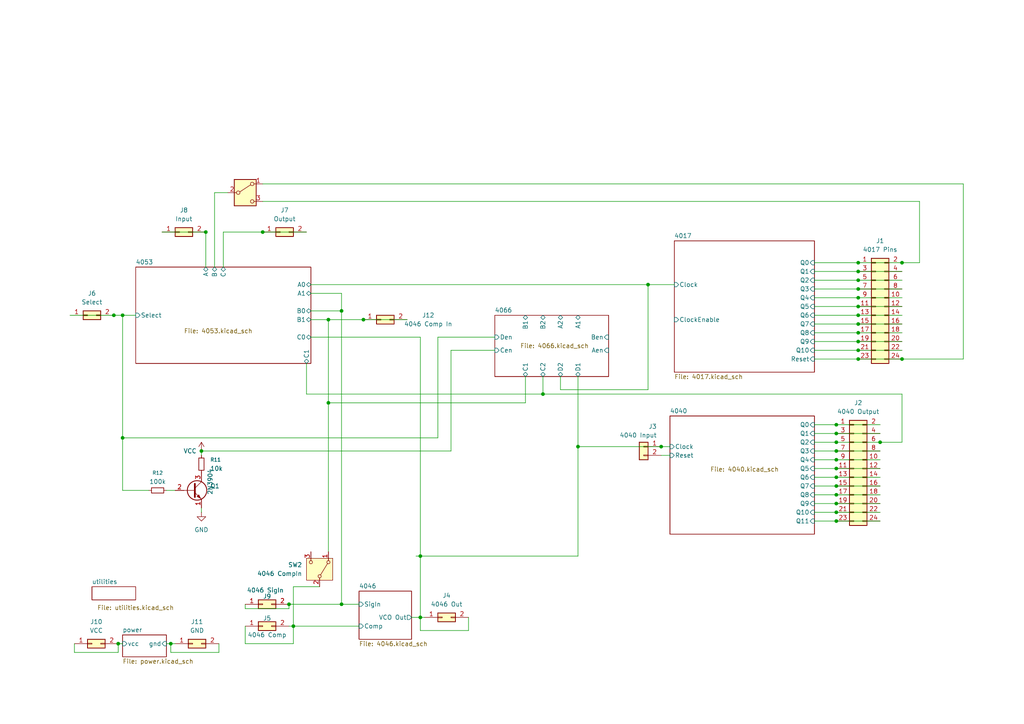
<source format=kicad_sch>
(kicad_sch (version 20250114) (generator "eeschema") (generator_version "9.0")
  (paper "A4")
  (lib_symbols
    (symbol "Connector_Generic:Conn_01x02" (pin_names (offset 1.016) (hide yes))
      (property "Reference" "J" (at 0 2.54 0))
      (property "Value" "Conn_01x02" (at 0 -5.08 0))
      (symbol "Conn_01x02_1_1"
        (rectangle (start -1.27 1.27) (end 1.27 -3.81) (stroke (width 0.254)) (fill (type background)))
        (rectangle (start -1.27 0.127) (end 0 -0.127) (stroke (width 0.1524)))
        (rectangle (start -1.27 -2.413) (end 0 -2.667) (stroke (width 0.1524)))
        (pin passive line (at -5.08 0 0) (length 3.81) (name "Pin_1") (number "1"))
        (pin passive line (at -5.08 -2.54 0) (length 3.81) (name "Pin_2") (number "2"))
      )
    )
    (symbol "Connector_Generic:Conn_02x01" (pin_names (offset 1.016) (hide yes))
      (property "Reference" "J" (at 1.27 2.54 0))
      (property "Value" "Conn_02x01" (at 1.27 -2.54 0))
      (symbol "Conn_02x01_1_1"
        (rectangle (start -1.27 1.27) (end 3.81 -1.27) (stroke (width 0.254)) (fill (type background)))
        (rectangle (start -1.27 0.127) (end 0 -0.127) (stroke (width 0.1524)))
        (rectangle (start 3.81 0.127) (end 2.54 -0.127) (stroke (width 0.1524)))
        (pin passive line (at -5.08 0 0) (length 3.81) (name "Pin_1") (number "1"))
        (pin passive line (at 7.62 0 180) (length 3.81) (name "Pin_2") (number "2"))
      )
    )
    (symbol "Connector_Generic:Conn_02x12_Odd_Even" (pin_names (offset 1.016) (hide yes))
      (property "Reference" "J" (at 1.27 15.24 0))
      (property "Value" "Conn_02x12_Odd_Even" (at 1.27 -17.78 0))
      (symbol "Conn_02x12_Odd_Even_1_1"
        (rectangle (start -1.27 13.97) (end 3.81 -16.51) (stroke (width 0.254)) (fill (type background)))
        (rectangle (start -1.27 12.827) (end 0 12.573) (stroke (width 0.1524)))
        (rectangle (start -1.27 10.287) (end 0 10.033) (stroke (width 0.1524)))
        (rectangle (start -1.27 7.747) (end 0 7.493) (stroke (width 0.1524)))
        (rectangle (start -1.27 5.207) (end 0 4.953) (stroke (width 0.1524)))
        (rectangle (start -1.27 2.667) (end 0 2.413) (stroke (width 0.1524)))
        (rectangle (start -1.27 0.127) (end 0 -0.127) (stroke (width 0.1524)))
        (rectangle (start -1.27 -2.413) (end 0 -2.667) (stroke (width 0.1524)))
        (rectangle (start -1.27 -4.953) (end 0 -5.207) (stroke (width 0.1524)))
        (rectangle (start -1.27 -7.493) (end 0 -7.747) (stroke (width 0.1524)))
        (rectangle (start -1.27 -10.033) (end 0 -10.287) (stroke (width 0.1524)))
        (rectangle (start -1.27 -12.573) (end 0 -12.827) (stroke (width 0.1524)))
        (rectangle (start -1.27 -15.113) (end 0 -15.367) (stroke (width 0.1524)))
        (rectangle (start 3.81 12.827) (end 2.54 12.573) (stroke (width 0.1524)))
        (rectangle (start 3.81 10.287) (end 2.54 10.033) (stroke (width 0.1524)))
        (rectangle (start 3.81 7.747) (end 2.54 7.493) (stroke (width 0.1524)))
        (rectangle (start 3.81 5.207) (end 2.54 4.953) (stroke (width 0.1524)))
        (rectangle (start 3.81 2.667) (end 2.54 2.413) (stroke (width 0.1524)))
        (rectangle (start 3.81 0.127) (end 2.54 -0.127) (stroke (width 0.1524)))
        (rectangle (start 3.81 -2.413) (end 2.54 -2.667) (stroke (width 0.1524)))
        (rectangle (start 3.81 -4.953) (end 2.54 -5.207) (stroke (width 0.1524)))
        (rectangle (start 3.81 -7.493) (end 2.54 -7.747) (stroke (width 0.1524)))
        (rectangle (start 3.81 -10.033) (end 2.54 -10.287) (stroke (width 0.1524)))
        (rectangle (start 3.81 -12.573) (end 2.54 -12.827) (stroke (width 0.1524)))
        (rectangle (start 3.81 -15.113) (end 2.54 -15.367) (stroke (width 0.1524)))
        (pin passive line (at -5.08 12.7 0) (length 3.81) (name "Pin_1") (number "1"))
        (pin passive line (at -5.08 10.16 0) (length 3.81) (name "Pin_3") (number "3"))
        (pin passive line (at -5.08 7.62 0) (length 3.81) (name "Pin_5") (number "5"))
        (pin passive line (at -5.08 5.08 0) (length 3.81) (name "Pin_7") (number "7"))
        (pin passive line (at -5.08 2.54 0) (length 3.81) (name "Pin_9") (number "9"))
        (pin passive line (at -5.08 0 0) (length 3.81) (name "Pin_11") (number "11"))
        (pin passive line (at -5.08 -2.54 0) (length 3.81) (name "Pin_13") (number "13"))
        (pin passive line (at -5.08 -5.08 0) (length 3.81) (name "Pin_15") (number "15"))
        (pin passive line (at -5.08 -7.62 0) (length 3.81) (name "Pin_17") (number "17"))
        (pin passive line (at -5.08 -10.16 0) (length 3.81) (name "Pin_19") (number "19"))
        (pin passive line (at -5.08 -12.7 0) (length 3.81) (name "Pin_21") (number "21"))
        (pin passive line (at -5.08 -15.24 0) (length 3.81) (name "Pin_23") (number "23"))
        (pin passive line (at 7.62 12.7 180) (length 3.81) (name "Pin_2") (number "2"))
        (pin passive line (at 7.62 10.16 180) (length 3.81) (name "Pin_4") (number "4"))
        (pin passive line (at 7.62 7.62 180) (length 3.81) (name "Pin_6") (number "6"))
        (pin passive line (at 7.62 5.08 180) (length 3.81) (name "Pin_8") (number "8"))
        (pin passive line (at 7.62 2.54 180) (length 3.81) (name "Pin_10") (number "10"))
        (pin passive line (at 7.62 0 180) (length 3.81) (name "Pin_12") (number "12"))
        (pin passive line (at 7.62 -2.54 180) (length 3.81) (name "Pin_14") (number "14"))
        (pin passive line (at 7.62 -5.08 180) (length 3.81) (name "Pin_16") (number "16"))
        (pin passive line (at 7.62 -7.62 180) (length 3.81) (name "Pin_18") (number "18"))
        (pin passive line (at 7.62 -10.16 180) (length 3.81) (name "Pin_20") (number "20"))
        (pin passive line (at 7.62 -12.7 180) (length 3.81) (name "Pin_22") (number "22"))
        (pin passive line (at 7.62 -15.24 180) (length 3.81) (name "Pin_24") (number "24"))
      )
    )
    (symbol "Device:R_Small" (pin_numbers (hide yes)) (pin_names (offset 0.254) (hide yes))
      (property "Reference" "R" (at 0 0 90))
      (property "Value" "R_Small" (at 1.778 0 90))
      (symbol "R_Small_0_1"
        (rectangle (start -0.762 1.778) (end 0.762 -1.778) (stroke (width 0.2032)))
      )
      (symbol "R_Small_1_1"
        (pin passive line (at 0 2.54 270) (length 0.762) (name "~") (number "1"))
        (pin passive line (at 0 -2.54 90) (length 0.762) (name "~") (number "2"))
      )
    )
    (symbol "Switch:SW_DPDT_x2" (pin_names (offset 0) (hide yes))
      (property "Reference" "SW" (at 0 5.08 0))
      (property "Value" "SW_DPDT_x2" (at 0 -5.08 0))
      (symbol "SW_DPDT_x2_0_0"
        (circle (center -2.032 0) (radius 0.508))
        (circle (center 2.032 -2.54) (radius 0.508))
      )
      (symbol "SW_DPDT_x2_0_1"
        (rectangle (start -3.175 3.81) (end 3.175 -3.81) (stroke (width 0.254)) (fill (type background)))
        (polyline (pts (xy -1.524 0.254) (xy 1.5748 2.286)))
        (circle (center 2.032 2.54) (radius 0.508))
      )
      (symbol "SW_DPDT_x2_1_1"
        (pin passive line (at -5.08 0 0) (length 2.54) (name "B") (number "2"))
        (pin passive line (at 5.08 2.54 180) (length 2.54) (name "A") (number "1"))
        (pin passive line (at 5.08 -2.54 180) (length 2.54) (name "C") (number "3"))
      )
      (symbol "SW_DPDT_x2_2_1"
        (pin passive line (at -5.08 0 0) (length 2.54) (name "B") (number "5"))
        (pin passive line (at 5.08 2.54 180) (length 2.54) (name "A") (number "4"))
        (pin passive line (at 5.08 -2.54 180) (length 2.54) (name "C") (number "6"))
      )
    )
    (symbol "Switch:SW_SPDT" (pin_names (offset 0) (hide yes))
      (property "Reference" "SW" (at 0 5.08 0))
      (property "Value" "SW_SPDT" (at 0 -5.08 0))
      (symbol "SW_SPDT_0_1"
        (circle (center -2.032 0) (radius 0.4572))
        (polyline (pts (xy -1.651 0.254) (xy 1.651 2.286)))
        (circle (center 2.032 2.54) (radius 0.4572))
        (circle (center 2.032 -2.54) (radius 0.4572))
      )
      (symbol "SW_SPDT_1_1"
        (rectangle (start -3.175 3.81) (end 3.175 -3.81) (fill (type background)))
        (pin passive line (at -5.08 0 0) (length 2.54) (name "B") (number "2"))
        (pin passive line (at 5.08 2.54 180) (length 2.54) (name "A") (number "1"))
        (pin passive line (at 5.08 -2.54 180) (length 2.54) (name "C") (number "3"))
      )
    )
    (symbol "Transistor_BJT:2N3904" (pin_names (offset 0) (hide yes))
      (property "Reference" "Q" (at 5.08 1.905 0))
      (property "Value" "2N3904" (at 5.08 0 0))
      (symbol "2N3904_0_1"
        (polyline (pts (xy -2.54 0) (xy 0.635 0)))
        (polyline (pts (xy 0.635 1.905) (xy 0.635 -1.905)) (stroke (width 0.508)))
        (circle (center 1.27 0) (radius 2.8194) (stroke (width 0.254)))
      )
      (symbol "2N3904_1_1"
        (polyline (pts (xy 0.635 0.635) (xy 2.54 2.54)))
        (polyline (pts (xy 0.635 -0.635) (xy 2.54 -2.54)))
        (polyline (pts (xy 1.27 -1.778) (xy 1.778 -1.27) (xy 2.286 -2.286) (xy 1.27 -1.778)) (fill (type outline)))
        (pin input line (at -5.08 0 0) (length 2.54) (name "B") (number "2"))
        (pin passive line (at 2.54 5.08 270) (length 2.54) (name "C") (number "3"))
        (pin passive line (at 2.54 -5.08 90) (length 2.54) (name "E") (number "1"))
      )
    )
    (symbol "power:GND" (power) (pin_numbers (hide yes)) (pin_names (offset 0) (hide yes))
      (property "Value" "GND" (at 0 -3.81 0))
      (symbol "GND_0_1"
        (polyline (pts (xy 0 0) (xy 0 -1.27) (xy 1.27 -1.27) (xy 0 -2.54) (xy -1.27 -1.27) (xy 0 -1.27)))
      )
      (symbol "GND_1_1"
        (pin power_in line (at 0 0 270) (length 0) (name "~") (number "1"))
      )
    )
    (symbol "power:VCC" (power) (pin_numbers (hide yes)) (pin_names (offset 0) (hide yes))
      (property "Value" "VCC" (at 0 3.556 0))
      (symbol "VCC_0_1"
        (polyline (pts (xy -0.762 1.27) (xy 0 2.54)))
        (polyline (pts (xy 0 2.54) (xy 0.762 1.27)))
        (polyline (pts (xy 0 0) (xy 0 2.54)))
      )
      (symbol "VCC_1_1"
        (pin power_in line (at 0 0 90) (length 0) (name "~") (number "1"))
      )
    )
  )
  (junction (at 242.57 123.19))
  (junction (at 248.92 101.6))
  (junction (at 242.57 148.59))
  (junction (at 242.57 151.13))
  (junction (at 248.92 81.28))
  (junction (at 121.92 179.07))
  (junction (at 248.92 78.74))
  (junction (at 35.56 91.44))
  (junction (at 242.57 146.05))
  (junction (at 35.56 127))
  (junction (at 261.62 104.14))
  (junction (at 248.92 86.36))
  (junction (at 248.92 76.2))
  (junction (at 49.53 186.69))
  (junction (at 121.92 161.29))
  (junction (at 76.2 67.31))
  (junction (at 248.92 96.52))
  (junction (at 33.02 91.44))
  (junction (at 59.69 67.31))
  (junction (at 248.92 83.82))
  (junction (at 167.64 129.54))
  (junction (at 99.06 175.26))
  (junction (at 105.41 92.71))
  (junction (at 242.57 133.35))
  (junction (at 242.57 130.81))
  (junction (at 242.57 135.89))
  (junction (at 95.25 92.71))
  (junction (at 248.92 91.44))
  (junction (at 95.25 116.84))
  (junction (at 242.57 140.97))
  (junction (at 248.92 104.14))
  (junction (at 242.57 138.43))
  (junction (at 248.92 88.9))
  (junction (at 261.62 76.2))
  (junction (at 99.06 90.17))
  (junction (at 242.57 143.51))
  (junction (at 58.42 130.81))
  (junction (at 83.82 175.26))
  (junction (at 255.27 128.27))
  (junction (at 248.92 99.06))
  (junction (at 34.29 186.69))
  (junction (at 85.09 181.61))
  (junction (at 248.92 93.98))
  (junction (at 157.48 114.3))
  (junction (at 187.96 82.55))
  (junction (at 242.57 128.27))
  (junction (at 191.77 129.54))
  (junction (at 242.57 125.73))
  (wire (pts (xy 242.57 135.89) (xy 255.27 135.89)))
  (wire (pts (xy 130.81 130.81) (xy 58.42 130.81)))
  (wire (pts (xy 157.48 109.22) (xy 157.48 114.3)))
  (wire (pts (xy 35.56 91.44) (xy 35.56 127)))
  (wire (pts (xy 58.42 130.81) (xy 58.42 132.08)))
  (wire (pts (xy 236.22 128.27) (xy 242.57 128.27)))
  (wire (pts (xy 35.56 91.44) (xy 39.37 91.44)))
  (wire (pts (xy 66.04 55.88) (xy 62.23 55.88)))
  (wire (pts (xy 95.25 92.71) (xy 105.41 92.71)))
  (wire (pts (xy 21.59 186.69) (xy 21.59 189.23)))
  (wire (pts (xy 248.92 104.14) (xy 236.22 104.14)))
  (wire (pts (xy 261.62 128.27) (xy 255.27 128.27)))
  (wire (pts (xy 236.22 135.89) (xy 242.57 135.89)))
  (wire (pts (xy 35.56 142.24) (xy 43.18 142.24)))
  (wire (pts (xy 236.22 140.97) (xy 242.57 140.97)))
  (wire (pts (xy 187.96 82.55) (xy 187.96 113.03)))
  (wire (pts (xy 83.82 176.53) (xy 83.82 175.26)))
  (wire (pts (xy 248.92 78.74) (xy 261.62 78.74)))
  (wire (pts (xy 242.57 123.19) (xy 255.27 123.19)))
  (wire (pts (xy 71.12 176.53) (xy 83.82 176.53)))
  (wire (pts (xy 248.92 101.6) (xy 261.62 101.6)))
  (wire (pts (xy 62.23 55.88) (xy 62.23 77.47)))
  (wire (pts (xy 236.22 83.82) (xy 248.92 83.82)))
  (wire (pts (xy 34.29 186.69) (xy 35.56 186.69)))
  (wire (pts (xy 71.12 175.26) (xy 71.12 176.53)))
  (wire (pts (xy 242.57 140.97) (xy 255.27 140.97)))
  (wire (pts (xy 236.22 78.74) (xy 248.92 78.74)))
  (wire (pts (xy 88.9 105.41) (xy 88.9 114.3)))
  (wire (pts (xy 90.17 92.71) (xy 95.25 92.71)))
  (wire (pts (xy 127 127) (xy 35.56 127)))
  (wire (pts (xy 242.57 148.59) (xy 255.27 148.59)))
  (wire (pts (xy 162.56 109.22) (xy 162.56 113.03)))
  (wire (pts (xy 49.53 186.69) (xy 50.8 186.69)))
  (wire (pts (xy 120.65 161.29) (xy 121.92 161.29)))
  (wire (pts (xy 85.09 181.61) (xy 104.14 181.61)))
  (wire (pts (xy 236.22 133.35) (xy 242.57 133.35)))
  (wire (pts (xy 34.29 189.23) (xy 34.29 186.69)))
  (wire (pts (xy 236.22 143.51) (xy 242.57 143.51)))
  (wire (pts (xy 236.22 130.81) (xy 242.57 130.81)))
  (wire (pts (xy 48.26 186.69) (xy 49.53 186.69)))
  (wire (pts (xy 248.92 86.36) (xy 261.62 86.36)))
  (wire (pts (xy 248.92 91.44) (xy 261.62 91.44)))
  (wire (pts (xy 236.22 81.28) (xy 248.92 81.28)))
  (wire (pts (xy 236.22 125.73) (xy 242.57 125.73)))
  (wire (pts (xy 83.82 181.61) (xy 85.09 181.61)))
  (wire (pts (xy 242.57 146.05) (xy 255.27 146.05)))
  (wire (pts (xy 236.22 93.98) (xy 248.92 93.98)))
  (wire (pts (xy 248.92 81.28) (xy 261.62 81.28)))
  (wire (pts (xy 63.5 189.23) (xy 49.53 189.23)))
  (wire (pts (xy 242.57 138.43) (xy 255.27 138.43)))
  (wire (pts (xy 242.57 151.13) (xy 255.27 151.13)))
  (wire (pts (xy 248.92 99.06) (xy 261.62 99.06)))
  (wire (pts (xy 143.51 101.6) (xy 130.81 101.6)))
  (wire (pts (xy 242.57 133.35) (xy 255.27 133.35)))
  (wire (pts (xy 83.82 175.26) (xy 99.06 175.26)))
  (wire (pts (xy 118.11 92.71) (xy 105.41 92.71)))
  (wire (pts (xy 152.4 116.84) (xy 95.25 116.84)))
  (wire (pts (xy 143.51 97.79) (xy 127 97.79)))
  (wire (pts (xy 20.32 91.44) (xy 33.02 91.44)))
  (wire (pts (xy 167.64 129.54) (xy 191.77 129.54)))
  (wire (pts (xy 167.64 109.22) (xy 167.64 129.54)))
  (wire (pts (xy 76.2 67.31) (xy 88.9 67.31)))
  (wire (pts (xy 236.22 123.19) (xy 242.57 123.19)))
  (wire (pts (xy 95.25 92.71) (xy 95.25 116.84)))
  (wire (pts (xy 135.89 182.88) (xy 121.92 182.88)))
  (wire (pts (xy 248.92 88.9) (xy 261.62 88.9)))
  (wire (pts (xy 33.02 91.44) (xy 35.56 91.44)))
  (wire (pts (xy 242.57 125.73) (xy 255.27 125.73)))
  (wire (pts (xy 76.2 53.34) (xy 279.4 53.34)))
  (wire (pts (xy 85.09 170.18) (xy 92.71 170.18)))
  (wire (pts (xy 63.5 186.69) (xy 63.5 189.23)))
  (wire (pts (xy 248.92 83.82) (xy 261.62 83.82)))
  (wire (pts (xy 49.53 189.23) (xy 49.53 186.69)))
  (wire (pts (xy 121.92 179.07) (xy 123.19 179.07)))
  (wire (pts (xy 76.2 58.42) (xy 266.7 58.42)))
  (wire (pts (xy 236.22 151.13) (xy 242.57 151.13)))
  (wire (pts (xy 64.77 67.31) (xy 64.77 77.47)))
  (wire (pts (xy 99.06 85.09) (xy 99.06 90.17)))
  (wire (pts (xy 90.17 90.17) (xy 99.06 90.17)))
  (wire (pts (xy 261.62 114.3) (xy 261.62 128.27)))
  (wire (pts (xy 236.22 146.05) (xy 242.57 146.05)))
  (wire (pts (xy 248.92 76.2) (xy 261.62 76.2)))
  (wire (pts (xy 121.92 97.79) (xy 121.92 161.29)))
  (wire (pts (xy 242.57 143.51) (xy 255.27 143.51)))
  (wire (pts (xy 95.25 116.84) (xy 95.25 160.02)))
  (wire (pts (xy 248.92 93.98) (xy 261.62 93.98)))
  (wire (pts (xy 236.22 101.6) (xy 248.92 101.6)))
  (wire (pts (xy 266.7 58.42) (xy 266.7 76.2)))
  (wire (pts (xy 236.22 76.2) (xy 248.92 76.2)))
  (wire (pts (xy 99.06 90.17) (xy 99.06 175.26)))
  (wire (pts (xy 76.2 67.31) (xy 64.77 67.31)))
  (wire (pts (xy 121.92 161.29) (xy 121.92 179.07)))
  (wire (pts (xy 127 97.79) (xy 127 127)))
  (wire (pts (xy 248.92 104.14) (xy 261.62 104.14)))
  (wire (pts (xy 187.96 82.55) (xy 195.58 82.55)))
  (wire (pts (xy 191.77 129.54) (xy 194.31 129.54)))
  (wire (pts (xy 157.48 114.3) (xy 261.62 114.3)))
  (wire (pts (xy 71.12 181.61) (xy 71.12 186.69)))
  (wire (pts (xy 58.42 147.32) (xy 58.42 148.59)))
  (wire (pts (xy 88.9 114.3) (xy 157.48 114.3)))
  (wire (pts (xy 248.92 96.52) (xy 261.62 96.52)))
  (wire (pts (xy 85.09 186.69) (xy 85.09 181.61)))
  (wire (pts (xy 90.17 82.55) (xy 187.96 82.55)))
  (wire (pts (xy 236.22 96.52) (xy 248.92 96.52)))
  (wire (pts (xy 48.26 142.24) (xy 50.8 142.24)))
  (wire (pts (xy 121.92 161.29) (xy 167.64 161.29)))
  (wire (pts (xy 242.57 128.27) (xy 255.27 128.27)))
  (wire (pts (xy 236.22 91.44) (xy 248.92 91.44)))
  (wire (pts (xy 85.09 170.18) (xy 85.09 181.61)))
  (wire (pts (xy 99.06 175.26) (xy 104.14 175.26)))
  (wire (pts (xy 242.57 130.81) (xy 255.27 130.81)))
  (wire (pts (xy 59.69 67.31) (xy 59.69 77.47)))
  (wire (pts (xy 90.17 97.79) (xy 121.92 97.79)))
  (wire (pts (xy 236.22 148.59) (xy 242.57 148.59)))
  (wire (pts (xy 46.99 67.31) (xy 59.69 67.31)))
  (wire (pts (xy 119.38 179.07) (xy 121.92 179.07)))
  (wire (pts (xy 130.81 101.6) (xy 130.81 130.81)))
  (wire (pts (xy 162.56 113.03) (xy 187.96 113.03)))
  (wire (pts (xy 121.92 182.88) (xy 121.92 179.07)))
  (wire (pts (xy 35.56 142.24) (xy 35.56 127)))
  (wire (pts (xy 261.62 76.2) (xy 266.7 76.2)))
  (wire (pts (xy 236.22 86.36) (xy 248.92 86.36)))
  (wire (pts (xy 279.4 104.14) (xy 261.62 104.14)))
  (wire (pts (xy 236.22 99.06) (xy 248.92 99.06)))
  (wire (pts (xy 90.17 85.09) (xy 99.06 85.09)))
  (wire (pts (xy 191.77 132.08) (xy 194.31 132.08)))
  (wire (pts (xy 236.22 88.9) (xy 248.92 88.9)))
  (wire (pts (xy 236.22 138.43) (xy 242.57 138.43)))
  (wire (pts (xy 167.64 161.29) (xy 167.64 129.54)))
  (wire (pts (xy 71.12 186.69) (xy 85.09 186.69)))
  (wire (pts (xy 152.4 109.22) (xy 152.4 116.84)))
  (wire (pts (xy 135.89 179.07) (xy 135.89 182.88)))
  (wire (pts (xy 279.4 53.34) (xy 279.4 104.14)))
  (wire (pts (xy 21.59 189.23) (xy 34.29 189.23)))
  (symbol (lib_id "Switch:SW_SPDT") (at 92.71 165.1 270) (mirror x) (unit 1)
    (property "Reference" "SW2" (at 87.63 163.8299 90) (effects (justify right)))
    (property "Value" "4046 CompIn" (at 87.63 166.3699 90) (effects (justify right)))
    (property "Footprint" "Button_Switch_THT:SW_E-Switch_EG1271_SPDT" (effects (hide yes)))
    (property "Description" "Switch, single pole double throw" (effects (hide yes)))
  )
  (symbol (lib_id "Connector_Generic:Conn_02x01") (at 110.49 92.71 0) (unit 1)
    (property "Reference" "J12" (at 124.206 91.44 0))
    (property "Value" "4046 Comp In" (at 124.206 93.98 0))
    (property "Footprint" "Connector_PinHeader_2.54mm:PinHeader_2x01_P2.54mm_Vertical" (effects (hide yes)))
    (property "Description" "Generic connector, double row, 02x01, this symbol is compatible with counter-clockwise, top-bottom and odd-even numbering schemes., script generated (kicad-library-utils/schlib/autogen/connector/)" (effects (hide yes)))
  )
  (symbol (lib_id "Device:R_Small") (at 58.42 134.62 0) (unit 1)
    (property "Reference" "R11" (at 60.96 133.3499 0) (effects (font (size 1.016 1.016)) (justify left)))
    (property "Value" "10k" (at 60.96 135.8899 0) (effects (justify left)))
    (property "Footprint" "Resistor_THT:R_Axial_DIN0207_L6.3mm_D2.5mm_P10.16mm_Horizontal" (effects (hide yes)))
    (property "Description" "Resistor, small symbol" (effects (hide yes)))
  )
  (symbol (lib_id "Connector_Generic:Conn_02x01") (at 25.4 91.44 0) (unit 1)
    (property "Reference" "J6" (at 26.67 85.09 0))
    (property "Value" "Select" (at 26.67 87.63 0))
    (property "Footprint" "Connector_PinHeader_2.54mm:PinHeader_2x01_P2.54mm_Vertical" (effects (hide yes)))
    (property "Description" "Generic connector, double row, 02x01, this symbol is compatible with counter-clockwise, top-bottom and odd-even numbering schemes., script generated (kicad-library-utils/schlib/autogen/connector/)" (effects (hide yes)))
  )
  (symbol (lib_id "Connector_Generic:Conn_02x01") (at 81.28 67.31 0) (unit 1)
    (property "Reference" "J7" (at 82.55 60.96 0))
    (property "Value" "Output" (at 82.55 63.5 0))
    (property "Footprint" "Connector_PinHeader_2.54mm:PinHeader_2x01_P2.54mm_Vertical" (effects (hide yes)))
    (property "Description" "Generic connector, double row, 02x01, this symbol is compatible with counter-clockwise, top-bottom and odd-even numbering schemes., script generated (kicad-library-utils/schlib/autogen/connector/)" (effects (hide yes)))
  )
  (symbol (lib_id "Connector_Generic:Conn_02x01") (at 76.2 181.61 0) (unit 1)
    (property "Reference" "J5" (at 77.47 179.324 0))
    (property "Value" "4046 Comp" (at 77.47 184.15 0))
    (property "Footprint" "Connector_PinHeader_2.54mm:PinHeader_2x01_P2.54mm_Vertical" (effects (hide yes)))
    (property "Description" "Generic connector, double row, 02x01, this symbol is compatible with counter-clockwise, top-bottom and odd-even numbering schemes., script generated (kicad-library-utils/schlib/autogen/connector/)" (effects (hide yes)))
  )
  (symbol (lib_id "Connector_Generic:Conn_02x01") (at 26.67 186.69 0) (unit 1)
    (property "Reference" "J10" (at 27.94 180.34 0))
    (property "Value" "VCC" (at 27.94 182.88 0))
    (property "Footprint" "Connector_PinHeader_2.54mm:PinHeader_2x01_P2.54mm_Vertical" (effects (hide yes)))
    (property "Description" "Generic connector, double row, 02x01, this symbol is compatible with counter-clockwise, top-bottom and odd-even numbering schemes., script generated (kicad-library-utils/schlib/autogen/connector/)" (effects (hide yes)))
  )
  (symbol (lib_id "power:VCC") (at 58.42 130.81 0) (unit 1)
    (property "Reference" "#PWR026" (effects (hide yes)))
    (property "Value" "VCC" (at 55.118 130.81 0))
    (property "Description" "Power symbol creates a global label with name \"VCC\"" (effects (hide yes)))
  )
  (symbol (lib_id "Connector_Generic:Conn_01x02") (at 186.69 129.54 0) (mirror y) (unit 1)
    (property "Reference" "J3" (at 190.5 123.698 0) (effects (justify left)))
    (property "Value" "4040 Input" (at 190.5 126.238 0) (effects (justify left)))
    (property "Footprint" "Connector_PinHeader_2.54mm:PinHeader_1x02_P2.54mm_Vertical" (effects (hide yes)))
    (property "Description" "Generic connector, single row, 01x02, script generated (kicad-library-utils/schlib/autogen/connector/)" (effects (hide yes)))
  )
  (symbol (lib_id "Connector_Generic:Conn_02x12_Odd_Even") (at 254 88.9 0) (unit 1)
    (property "Reference" "J1" (at 255.27 69.85 0))
    (property "Value" "4017 Pins" (at 255.27 72.39 0))
    (property "Footprint" "Connector_PinHeader_2.54mm:PinHeader_2x12_P2.54mm_Vertical" (effects (hide yes)))
    (property "Description" "Generic connector, double row, 02x12, odd/even pin numbering scheme (row 1 odd numbers, row 2 even numbers), script generated (kicad-library-utils/schlib/autogen/connector/)" (effects (hide yes)))
  )
  (symbol (lib_id "Transistor_BJT:2N3904") (at 55.88 142.24 0) (unit 1)
    (property "Reference" "Q1" (at 60.96 140.9699 0) (effects (justify left)))
    (property "Value" "2N3904" (at 60.96 143.5099 90) (effects (justify left)))
    (property "Footprint" "Package_TO_SOT_THT:TO-92_Inline" (effects (hide yes)))
    (property "Datasheet" "https://www.onsemi.com/pub/Collateral/2N3903-D.PDF" (effects (hide yes)))
    (property "Description" "0.2A Ic, 40V Vce, Small Signal NPN Transistor, TO-92" (effects (hide yes)))
  )
  (symbol (lib_id "Device:R_Small") (at 45.72 142.24 90) (unit 1)
    (property "Reference" "R12" (at 45.72 137.16 90) (effects (font (size 1.016 1.016))))
    (property "Value" "100k" (at 45.72 139.7 90))
    (property "Footprint" "Resistor_THT:R_Axial_DIN0207_L6.3mm_D2.5mm_P10.16mm_Horizontal" (effects (hide yes)))
    (property "Description" "Resistor, small symbol" (effects (hide yes)))
  )
  (symbol (lib_id "Switch:SW_DPDT_x2") (at 71.12 55.88 0) (unit 1)
    (property "Reference" "SW1" (effects (hide yes)))
    (property "Value" "4017 Feedback" (effects (hide yes)))
    (property "Footprint" "Button_Switch_THT:SW_CK_JS202011CQN_DPDT_Straight" (effects (hide yes)))
    (property "Description" "Switch, dual pole double throw, separate symbols" (effects (hide yes)))
  )
  (symbol (lib_id "Connector_Generic:Conn_02x12_Odd_Even") (at 247.65 135.89 0) (unit 1)
    (property "Reference" "J2" (at 248.92 116.84 0))
    (property "Value" "4040 Output" (at 248.92 119.38 0))
    (property "Footprint" "Connector_PinHeader_2.54mm:PinHeader_2x12_P2.54mm_Vertical" (effects (hide yes)))
    (property "Description" "Generic connector, double row, 02x12, odd/even pin numbering scheme (row 1 odd numbers, row 2 even numbers), script generated (kicad-library-utils/schlib/autogen/connector/)" (effects (hide yes)))
  )
  (symbol (lib_id "Connector_Generic:Conn_02x01") (at 52.07 67.31 0) (unit 1)
    (property "Reference" "J8" (at 53.34 60.96 0))
    (property "Value" "Input" (at 53.34 63.5 0))
    (property "Footprint" "Connector_PinHeader_2.54mm:PinHeader_2x01_P2.54mm_Vertical" (effects (hide yes)))
    (property "Description" "Generic connector, double row, 02x01, this symbol is compatible with counter-clockwise, top-bottom and odd-even numbering schemes., script generated (kicad-library-utils/schlib/autogen/connector/)" (effects (hide yes)))
  )
  (symbol (lib_id "power:GND") (at 58.42 148.59 0) (unit 1)
    (property "Reference" "#PWR025" (effects (hide yes)))
    (property "Value" "GND" (at 58.42 153.67 0))
    (property "Description" "Power symbol creates a global label with name \"GND\" , ground" (effects (hide yes)))
  )
  (symbol (lib_id "Connector_Generic:Conn_02x01") (at 128.27 179.07 0) (unit 1)
    (property "Reference" "J4" (at 129.54 172.72 0))
    (property "Value" "4046 Out" (at 129.54 175.26 0))
    (property "Footprint" "Connector_PinHeader_2.54mm:PinHeader_2x01_P2.54mm_Vertical" (effects (hide yes)))
    (property "Description" "Generic connector, double row, 02x01, this symbol is compatible with counter-clockwise, top-bottom and odd-even numbering schemes., script generated (kicad-library-utils/schlib/autogen/connector/)" (effects (hide yes)))
  )
  (symbol (lib_id "Connector_Generic:Conn_02x01") (at 55.88 186.69 0) (unit 1)
    (property "Reference" "J11" (at 57.15 180.34 0))
    (property "Value" "GND" (at 57.15 182.88 0))
    (property "Footprint" "Connector_PinHeader_2.54mm:PinHeader_2x01_P2.54mm_Vertical" (effects (hide yes)))
    (property "Description" "Generic connector, double row, 02x01, this symbol is compatible with counter-clockwise, top-bottom and odd-even numbering schemes., script generated (kicad-library-utils/schlib/autogen/connector/)" (effects (hide yes)))
  )
  (symbol (lib_id "Connector_Generic:Conn_02x01") (at 76.2 175.26 0) (unit 1)
    (property "Reference" "J9" (at 77.47 172.974 0))
    (property "Value" "4046 SigIn" (at 76.962 171.196 0))
    (property "Footprint" "Connector_PinHeader_2.54mm:PinHeader_2x01_P2.54mm_Vertical" (effects (hide yes)))
    (property "Description" "Generic connector, double row, 02x01, this symbol is compatible with counter-clockwise, top-bottom and odd-even numbering schemes., script generated (kicad-library-utils/schlib/autogen/connector/)" (effects (hide yes)))
  )
  (sheet (at 143.51 91.44) (size 33.02 17.78) (stroke (width 0.1524))
    (property "Sheetname" "4066" (at 143.51 90.7284 0) (effects (justify left bottom)))
    (property "Sheetfile" "4066.kicad_sch" (at 150.876 99.568 0) (effects (justify left top)))
    (pin "A1" bidirectional (at 167.64 91.44 90))
    (pin "A2" bidirectional (at 162.56 91.44 90))
    (pin "Aen" input (at 176.53 101.6 0))
    (pin "B1" bidirectional (at 152.4 91.44 90))
    (pin "B2" bidirectional (at 157.48 91.44 90))
    (pin "Ben" input (at 176.53 97.79 0))
    (pin "C1" bidirectional (at 152.4 109.22 270))
    (pin "C2" bidirectional (at 157.48 109.22 270))
    (pin "Cen" input (at 143.51 101.6 180))
    (pin "D1" bidirectional (at 167.64 109.22 270))
    (pin "D2" bidirectional (at 162.56 109.22 270))
    (pin "Den" input (at 143.51 97.79 180))
  )
  (sheet (at 195.58 69.85) (size 40.64 38.1) (stroke (width 0.1524))
    (property "Sheetname" "4017" (at 195.58 69.1384 0) (effects (justify left bottom)))
    (property "Sheetfile" "4017.kicad_sch" (at 195.58 108.5346 0) (effects (justify left top)))
    (pin "Clock" input (at 195.58 82.55 180))
    (pin "ClockEnable" input (at 195.58 92.71 180))
    (pin "Q0" input (at 236.22 76.2 0))
    (pin "Q1" input (at 236.22 78.74 0))
    (pin "Q2" input (at 236.22 81.28 0))
    (pin "Q3" input (at 236.22 83.82 0))
    (pin "Q4" input (at 236.22 86.36 0))
    (pin "Q5" input (at 236.22 88.9 0))
    (pin "Q6" input (at 236.22 91.44 0))
    (pin "Q7" input (at 236.22 93.98 0))
    (pin "Q8" input (at 236.22 96.52 0))
    (pin "Q9" input (at 236.22 99.06 0))
    (pin "Q10" input (at 236.22 101.6 0))
    (pin "Reset" input (at 236.22 104.14 0))
  )
  (sheet (at 194.31 120.65) (size 41.91 34.29) (stroke (width 0.1524))
    (property "Sheetname" "4040" (at 194.31 119.9384 0) (effects (justify left bottom)))
    (property "Sheetfile" "4040.kicad_sch" (at 205.994 135.382 0) (effects (justify left top)))
    (pin "Clock" input (at 194.31 129.54 180))
    (pin "Q0" input (at 236.22 123.19 0))
    (pin "Q1" input (at 236.22 125.73 0))
    (pin "Q2" input (at 236.22 128.27 0))
    (pin "Q3" input (at 236.22 130.81 0))
    (pin "Q4" input (at 236.22 133.35 0))
    (pin "Q5" input (at 236.22 135.89 0))
    (pin "Q6" input (at 236.22 138.43 0))
    (pin "Q7" input (at 236.22 140.97 0))
    (pin "Q8" input (at 236.22 143.51 0))
    (pin "Q9" input (at 236.22 146.05 0))
    (pin "Q10" input (at 236.22 148.59 0))
    (pin "Q11" input (at 236.22 151.13 0))
    (pin "Reset" input (at 194.31 132.08 180))
  )
  (sheet (at 39.37 77.47) (size 50.8 27.94) (stroke (width 0.1524))
    (property "Sheetname" "4053" (at 39.37 76.7584 0) (effects (justify left bottom)))
    (property "Sheetfile" "4053.kicad_sch" (at 53.34 95.25 0) (effects (justify left top)))
    (pin "A" bidirectional (at 59.69 77.47 90))
    (pin "A0" bidirectional (at 90.17 82.55 0))
    (pin "A1" bidirectional (at 90.17 85.09 0))
    (pin "B" bidirectional (at 62.23 77.47 90))
    (pin "B0" bidirectional (at 90.17 90.17 0))
    (pin "B1" bidirectional (at 90.17 92.71 0))
    (pin "C" bidirectional (at 64.77 77.47 90))
    (pin "C0" bidirectional (at 90.17 97.79 0))
    (pin "C1" bidirectional (at 88.9 105.41 270))
    (pin "Select" input (at 39.37 91.44 180))
  )
  (sheet (at 104.14 171.45) (size 15.24 13.97) (stroke (width 0.1524))
    (property "Sheetname" "4046" (at 104.14 170.7384 0) (effects (justify left bottom)))
    (property "Sheetfile" "4046.kicad_sch" (at 104.14 186.0046 0) (effects (justify left top)))
    (pin "Comp" input (at 104.14 181.61 180))
    (pin "SigIn" input (at 104.14 175.26 180))
    (pin "VCO Out" output (at 119.38 179.07 0))
  )
  (sheet (at 26.67 170.18) (size 12.7 3.81) (stroke (width 0.1524))
    (property "Sheetname" "utilities" (at 26.67 169.4684 0) (effects (justify left bottom)))
    (property "Sheetfile" "utilities.kicad_sch" (at 28.194 175.514 0) (effects (justify left top)))
  )
  (sheet (at 35.56 184.15) (size 12.7 6.35) (stroke (width 0.1524))
    (property "Sheetname" "power" (at 35.56 183.4384 0) (effects (justify left bottom)))
    (property "Sheetfile" "power.kicad_sch" (at 35.56 191.0846 0) (effects (justify left top)))
    (pin "gnd" input (at 48.26 186.69 0))
    (pin "vcc" input (at 35.56 186.69 180))
  )
)
</source>
